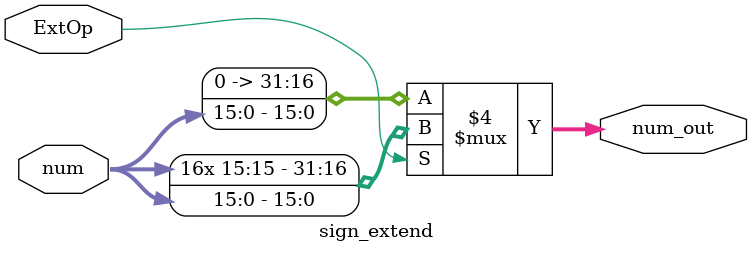
<source format=v>
`timescale 1ns / 1ps


module sign_extend(
    input [15:0] num,
    input ExtOp,
    output reg [31:0] num_out
    );
    always @(*) begin
        if(ExtOp == 1)
            num_out <= {{16{num[15]}}, num};
        else
            num_out <= {{16{1'b0}}, num};
    end
endmodule

</source>
